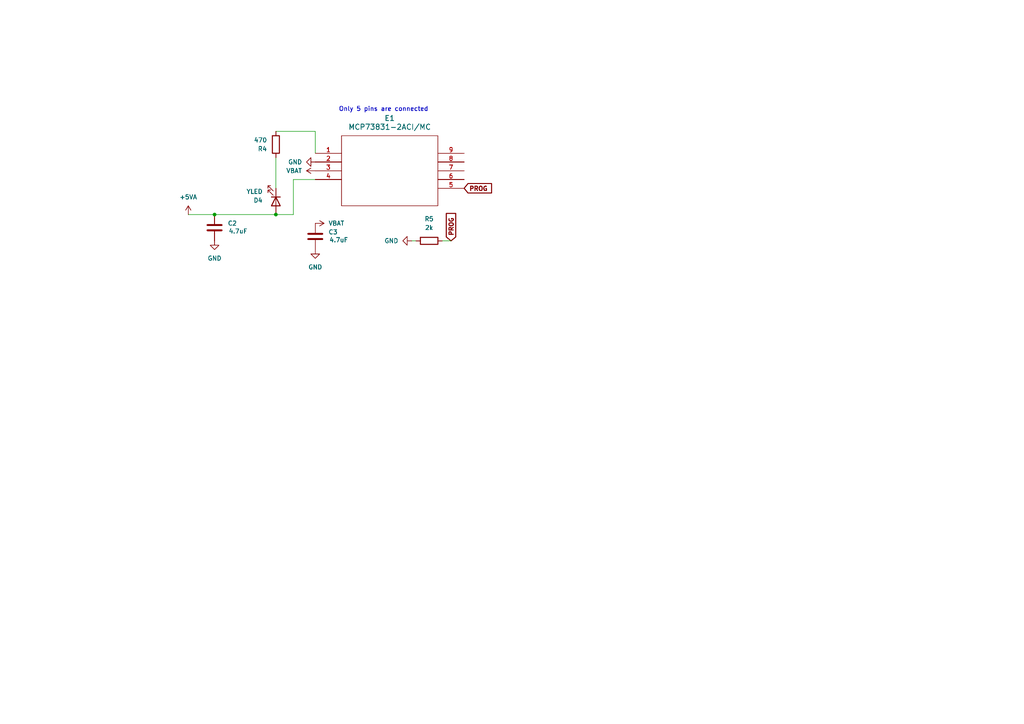
<source format=kicad_sch>
(kicad_sch (version 20231120) (generator "eeschema") (generator_version "8.0")
  (paper "A4")
  (lib_symbols
    (symbol "Device:C" (pin_numbers hide) (pin_names (offset 0.254))
      (property "Reference" "C" (at 0.635 2.54 0))
      (property "Value" "C" (at 0.635 -2.54 0))
      (symbol "C_0_1"
        (polyline (pts (xy -2.032 -0.762) (xy 2.032 -0.762)) (stroke (width 0.508)))
        (polyline (pts (xy -2.032 0.762) (xy 2.032 0.762)) (stroke (width 0.508)))
      )
      (symbol "C_1_1"
        (pin passive line (at 0 3.81 270) (length 2.794) (name "~") (number "1"))
        (pin passive line (at 0 -3.81 90) (length 2.794) (name "~") (number "2"))
      )
    )
    (symbol "Device:LED" (pin_numbers hide) (pin_names (offset 1.016) hide)
      (property "Reference" "D" (at 0 2.54 0))
      (property "Value" "LED" (at 0 -2.54 0))
      (symbol "LED_0_1"
        (polyline (pts (xy -1.27 -1.27) (xy -1.27 1.27)) (stroke (width 0.254)))
        (polyline (pts (xy -1.27 0) (xy 1.27 0)))
        (polyline (pts (xy 1.27 -1.27) (xy 1.27 1.27) (xy -1.27 0) (xy 1.27 -1.27)) (stroke (width 0.254)))
        (polyline (pts (xy -3.048 -0.762) (xy -4.572 -2.286) (xy -3.81 -2.286) (xy -4.572 -2.286) (xy -4.572 -1.524)))
        (polyline (pts (xy -1.778 -0.762) (xy -3.302 -2.286) (xy -2.54 -2.286) (xy -3.302 -2.286) (xy -3.302 -1.524)))
      )
      (symbol "LED_1_1"
        (pin passive line (at -3.81 0 0) (length 2.54) (name "K") (number "1"))
        (pin passive line (at 3.81 0 180) (length 2.54) (name "A") (number "2"))
      )
    )
    (symbol "Device:R" (pin_numbers hide) (pin_names (offset 0))
      (property "Reference" "R" (at 2.032 0 90))
      (property "Value" "R" (at 0 0 90))
      (symbol "R_0_1"
        (rectangle (start -1.016 -2.54) (end 1.016 2.54) (stroke (width 0.254)))
      )
      (symbol "R_1_1"
        (pin passive line (at 0 3.81 270) (length 1.27) (name "~") (number "1"))
        (pin passive line (at 0 -3.81 90) (length 1.27) (name "~") (number "2"))
      )
    )
    (symbol "MCP73831_2ACI_MC:MCP73831-2ACI_MC" (pin_names (offset 0.254))
      (property "Reference" "U" (at 21.59 10.16 0))
      (property "Value" "MCP73831-2ACI/MC" (at 21.59 7.62 0))
      (symbol "MCP73831-2ACI_MC_0_1"
        (polyline (pts (xy 7.62 -15.24) (xy 35.56 -15.24)) (stroke (width 0.127)))
        (polyline (pts (xy 7.62 5.08) (xy 7.62 -15.24)) (stroke (width 0.127)))
        (polyline (pts (xy 35.56 -15.24) (xy 35.56 5.08)) (stroke (width 0.127)))
        (polyline (pts (xy 35.56 5.08) (xy 7.62 5.08)) (stroke (width 0.127)))
        (pin unspecified line (at 0 0 0) (length 7.62) (name "") (number "1"))
        (pin unspecified line (at 0 -2.54 0) (length 7.62) (name "") (number "2"))
        (pin unspecified line (at 0 -5.08 0) (length 7.62) (name "") (number "3"))
        (pin unspecified line (at 0 -7.62 0) (length 7.62) (name "") (number "4"))
        (pin unspecified line (at 43.18 -10.16 180) (length 7.62) (name "") (number "5"))
        (pin unspecified line (at 43.18 -7.62 180) (length 7.62) (name "") (number "6"))
        (pin unspecified line (at 43.18 -5.08 180) (length 7.62) (name "") (number "7"))
        (pin unspecified line (at 43.18 -2.54 180) (length 7.62) (name "") (number "8"))
        (pin unspecified line (at 43.18 0 180) (length 7.62) (name "") (number "9"))
      )
    )
    (symbol "power:+5VA" (power) (pin_numbers hide) (pin_names (offset 0) hide)
      (property "Value" "+5VA" (at 0 3.556 0))
      (symbol "+5VA_0_1"
        (polyline (pts (xy -0.762 1.27) (xy 0 2.54)))
        (polyline (pts (xy 0 0) (xy 0 2.54)))
        (polyline (pts (xy 0 2.54) (xy 0.762 1.27)))
      )
      (symbol "+5VA_1_1"
        (pin power_in line (at 0 0 90) (length 0) (name "~") (number "1"))
      )
    )
    (symbol "power:GND" (power) (pin_numbers hide) (pin_names (offset 0) hide)
      (property "Value" "GND" (at 0 -3.81 0))
      (symbol "GND_0_1"
        (polyline (pts (xy 0 0) (xy 0 -1.27) (xy 1.27 -1.27) (xy 0 -2.54) (xy -1.27 -1.27) (xy 0 -1.27)))
      )
      (symbol "GND_1_1"
        (pin power_in line (at 0 0 270) (length 0) (name "~") (number "1"))
      )
    )
    (symbol "power:VD" (power) (pin_numbers hide) (pin_names (offset 0) hide)
      (property "Value" "VD" (at 0 3.556 0))
      (symbol "VD_0_1"
        (polyline (pts (xy -0.762 1.27) (xy 0 2.54)))
        (polyline (pts (xy 0 0) (xy 0 2.54)))
        (polyline (pts (xy 0 2.54) (xy 0.762 1.27)))
      )
      (symbol "VD_1_1"
        (pin power_in line (at 0 0 90) (length 0) (name "~") (number "1"))
      )
    )
  )
  (junction (at 80.01 62.23))
  (junction (at 62.23 62.23))
  (wire (pts (xy 130.81 69.85) (xy 128.27 69.85)))
  (wire (pts (xy 85.09 62.23) (xy 80.01 62.23)))
  (wire (pts (xy 80.01 45.72) (xy 80.01 54.61)))
  (wire (pts (xy 91.44 52.07) (xy 85.09 52.07)))
  (wire (pts (xy 91.44 44.45) (xy 91.44 38.1)))
  (wire (pts (xy 120.65 69.85) (xy 119.38 69.85)))
  (wire (pts (xy 54.61 62.23) (xy 62.23 62.23)))
  (wire (pts (xy 85.09 52.07) (xy 85.09 62.23)))
  (wire (pts (xy 91.44 38.1) (xy 80.01 38.1)))
  (wire (pts (xy 62.23 62.23) (xy 80.01 62.23)))
  (text "Only 5 pins are connected\n" (at 111.252 31.75 0) (effects (font (size 1.27 1.27))))
  (text "Only 5 pins are connected\n" (at 111.252 31.75 0) (effects (font (size 1.27 1.27))))
  (global_label "PROG" (shape input) (at 134.62 54.61 0) (effects (font (thickness 0.254) (bold yes))) (property "Intersheetrefs" "${INTERSHEET_REFS}" (effects (hide yes))))
  (global_label "PROG" (shape input) (at 130.81 69.85 90) (effects (font (thickness 0.254) (bold yes))) (property "Intersheetrefs" "${INTERSHEET_REFS}" (effects (hide yes))))
  (global_label "PROG" (shape input) (at 134.62 54.61 0) (effects (font (thickness 0.254) (bold yes))) (property "Intersheetrefs" "${INTERSHEET_REFS}" (effects (hide yes))))
  (global_label "PROG" (shape input) (at 130.81 69.85 90) (effects (font (thickness 0.254) (bold yes))) (property "Intersheetrefs" "${INTERSHEET_REFS}" (effects (hide yes))))
  (symbol (lib_id "power:+5VA") (at 54.61 62.23 0) (unit 1)
    (property "Reference" "#PWR018" (effects (hide yes)))
    (property "Value" "+5VA" (at 54.61 57.15 0))
    (property "Description" "Power symbol creates a global label with name \"+5VA\"" (effects (hide yes)))
  )
  (symbol (lib_id "power:GND") (at 119.38 69.85 270) (unit 1)
    (property "Reference" "#PWR074" (effects (hide yes)))
    (property "Value" "GND" (at 115.57 69.8499 90) (effects (justify right)))
    (property "Description" "Power symbol creates a global label with name \"GND\" , ground" (effects (hide yes)))
  )
  (symbol (lib_id "Device:LED") (at 80.01 58.42 270) (unit 1)
    (property "Reference" "D4" (at 76.2 58.1026 90) (effects (justify right)))
    (property "Value" "YLED" (at 76.2 55.5626 90) (effects (justify right)))
    (property "Footprint" "LED_SMD:LED_0603_1608Metric" (effects (hide yes)))
    (property "Datasheet" "27-21/GHC-YR2T1/3C" (effects (hide yes)))
    (property "Description" "Light emitting diode" (effects (hide yes)))
  )
  (symbol (lib_id "power:GND") (at 62.23 69.85 0) (unit 1)
    (property "Reference" "#PWR05" (effects (hide yes)))
    (property "Value" "GND" (at 62.23 74.93 0))
    (property "Description" "Power symbol creates a global label with name \"GND\" , ground" (effects (hide yes)))
  )
  (symbol (lib_id "Device:R") (at 80.01 41.91 180) (unit 1)
    (property "Reference" "R4" (at 77.47 43.1801 0) (effects (justify left)))
    (property "Value" "470" (at 77.47 40.6401 0) (effects (justify left)))
    (property "Footprint" "Resistor_SMD:R_0603_1608Metric" (effects (hide yes)))
    (property "Datasheet" "RC0603JR-07470RL" (effects (hide yes)))
    (property "Description" "Resistor" (effects (hide yes)))
  )
  (symbol (lib_id "power:GND") (at 62.23 69.85 0) (unit 1)
    (property "Reference" "#PWR05" (effects (hide yes)))
    (property "Value" "GND" (at 62.23 74.93 0))
    (property "Description" "Power symbol creates a global label with name \"GND\" , ground" (effects (hide yes)))
  )
  (symbol (lib_id "Device:R") (at 80.01 41.91 180) (unit 1)
    (property "Reference" "R4" (at 77.47 43.1801 0) (effects (justify left)))
    (property "Value" "470" (at 77.47 40.6401 0) (effects (justify left)))
    (property "Footprint" "Resistor_SMD:R_0603_1608Metric" (effects (hide yes)))
    (property "Datasheet" "RC0603JR-07470RL" (effects (hide yes)))
    (property "Description" "Resistor" (effects (hide yes)))
  )
  (symbol (lib_id "power:GND") (at 91.44 72.39 0) (unit 1)
    (property "Reference" "#PWR06" (effects (hide yes)))
    (property "Value" "GND" (at 91.44 77.47 0))
    (property "Description" "Power symbol creates a global label with name \"GND\" , ground" (effects (hide yes)))
  )
  (symbol (lib_id "power:VD") (at 91.44 64.77 270) (unit 1)
    (property "Reference" "#PWR014" (effects (hide yes)))
    (property "Value" "VBAT" (at 95.25 64.7699 90) (effects (justify left)))
    (property "Description" "Power symbol creates a global label with name \"VD\"" (effects (hide yes)))
  )
  (symbol (lib_id "power:VD") (at 91.44 49.53 90) (unit 1)
    (property "Reference" "#PWR016" (effects (hide yes)))
    (property "Value" "VBAT" (at 87.63 49.5299 90) (effects (justify left)))
    (property "Description" "Power symbol creates a global label with name \"VD\"" (effects (hide yes)))
  )
  (symbol (lib_id "Device:C") (at 91.44 68.58 0) (unit 1)
    (property "Reference" "C3" (at 95.25 67.3099 0) (effects (justify left)))
    (property "Value" "4.7uF" (at 95.504 69.596 0) (effects (justify left)))
    (property "Footprint" "Capacitor_SMD:C_0805_2012Metric" (effects (hide yes)))
    (property "Datasheet" "CL21B475KOFNNNE" (effects (hide yes)))
    (property "Description" "Unpolarized capacitor" (effects (hide yes)))
  )
  (symbol (lib_id "power:+5VA") (at 54.61 62.23 0) (unit 1)
    (property "Reference" "#PWR018" (effects (hide yes)))
    (property "Value" "+5VA" (at 54.61 57.15 0))
    (property "Description" "Power symbol creates a global label with name \"+5VA\"" (effects (hide yes)))
  )
  (symbol (lib_id "Device:LED") (at 80.01 58.42 270) (unit 1)
    (property "Reference" "D4" (at 76.2 58.1026 90) (effects (justify right)))
    (property "Value" "YLED" (at 76.2 55.5626 90) (effects (justify right)))
    (property "Footprint" "LED_SMD:LED_0603_1608Metric" (effects (hide yes)))
    (property "Datasheet" "27-21/GHC-YR2T1/3C" (effects (hide yes)))
    (property "Description" "Light emitting diode" (effects (hide yes)))
  )
  (symbol (lib_id "power:GND") (at 119.38 69.85 270) (unit 1)
    (property "Reference" "#PWR074" (effects (hide yes)))
    (property "Value" "GND" (at 115.57 69.8499 90) (effects (justify right)))
    (property "Description" "Power symbol creates a global label with name \"GND\" , ground" (effects (hide yes)))
  )
  (symbol (lib_id "power:GND") (at 91.44 72.39 0) (unit 1)
    (property "Reference" "#PWR06" (effects (hide yes)))
    (property "Value" "GND" (at 91.44 77.47 0))
    (property "Description" "Power symbol creates a global label with name \"GND\" , ground" (effects (hide yes)))
  )
  (symbol (lib_id "power:GND") (at 91.44 46.99 270) (unit 1)
    (property "Reference" "#PWR054" (effects (hide yes)))
    (property "Value" "GND" (at 87.63 46.9899 90) (effects (justify right)))
    (property "Description" "Power symbol creates a global label with name \"GND\" , ground" (effects (hide yes)))
  )
  (symbol (lib_id "MCP73831_2ACI_MC:MCP73831-2ACI_MC") (at 91.44 44.45 0) (unit 1)
    (property "Reference" "E1" (at 113.03 34.29 0) (effects (font (size 1.524 1.524))))
    (property "Value" "MCP73831-2ACI/MC" (at 113.03 36.83 0) (effects (font (size 1.524 1.524))))
    (property "Footprint" "MCP73831_2ACI_MC:DFN8_2x3MC_MCH-L" (effects (hide yes)))
    (property "Datasheet" "MCP73831-2ACI/MC" (effects (hide yes)))
  )
  (symbol (lib_id "Device:C") (at 62.23 66.04 0) (unit 1)
    (property "Reference" "C2" (at 66.04 64.7699 0) (effects (justify left)))
    (property "Value" "4.7uF" (at 66.294 67.056 0) (effects (justify left)))
    (property "Footprint" "Capacitor_SMD:C_0805_2012Metric" (effects (hide yes)))
    (property "Datasheet" "CL21B475KOFNNNE" (effects (hide yes)))
    (property "Description" "Unpolarized capacitor" (effects (hide yes)))
  )
  (symbol (lib_id "power:VD") (at 91.44 64.77 270) (unit 1)
    (property "Reference" "#PWR014" (effects (hide yes)))
    (property "Value" "VBAT" (at 95.25 64.7699 90) (effects (justify left)))
    (property "Description" "Power symbol creates a global label with name \"VD\"" (effects (hide yes)))
  )
  (symbol (lib_id "MCP73831_2ACI_MC:MCP73831-2ACI_MC") (at 91.44 44.45 0) (unit 1)
    (property "Reference" "E1" (at 113.03 34.29 0) (effects (font (size 1.524 1.524))))
    (property "Value" "MCP73831-2ACI/MC" (at 113.03 36.83 0) (effects (font (size 1.524 1.524))))
    (property "Footprint" "MCP73831_2ACI_MC:DFN8_2x3MC_MCH-L" (effects (hide yes)))
    (property "Datasheet" "MCP73831-2ACI/MC" (effects (hide yes)))
  )
  (symbol (lib_id "power:VD") (at 91.44 49.53 90) (unit 1)
    (property "Reference" "#PWR016" (effects (hide yes)))
    (property "Value" "VBAT" (at 87.63 49.5299 90) (effects (justify left)))
    (property "Description" "Power symbol creates a global label with name \"VD\"" (effects (hide yes)))
  )
  (symbol (lib_id "Device:R") (at 124.46 69.85 270) (unit 1)
    (property "Reference" "R5" (at 124.46 63.5 90))
    (property "Value" "2k" (at 124.46 66.04 90))
    (property "Footprint" "Resistor_SMD:R_0603_1608Metric" (effects (hide yes)))
    (property "Datasheet" "0603SAJ0202T5E" (effects (hide yes)))
    (property "Description" "Resistor" (effects (hide yes)))
  )
  (symbol (lib_id "Device:C") (at 62.23 66.04 0) (unit 1)
    (property "Reference" "C2" (at 66.04 64.7699 0) (effects (justify left)))
    (property "Value" "4.7uF" (at 66.294 67.056 0) (effects (justify left)))
    (property "Footprint" "Capacitor_SMD:C_0805_2012Metric" (effects (hide yes)))
    (property "Datasheet" "CL21B475KOFNNNE" (effects (hide yes)))
    (property "Description" "Unpolarized capacitor" (effects (hide yes)))
  )
  (symbol (lib_id "Device:R") (at 124.46 69.85 270) (unit 1)
    (property "Reference" "R5" (at 124.46 63.5 90))
    (property "Value" "2k" (at 124.46 66.04 90))
    (property "Footprint" "Resistor_SMD:R_0603_1608Metric" (effects (hide yes)))
    (property "Datasheet" "0603SAJ0202T5E" (effects (hide yes)))
    (property "Description" "Resistor" (effects (hide yes)))
  )
  (symbol (lib_id "Device:C") (at 91.44 68.58 0) (unit 1)
    (property "Reference" "C3" (at 95.25 67.3099 0) (effects (justify left)))
    (property "Value" "4.7uF" (at 95.504 69.596 0) (effects (justify left)))
    (property "Footprint" "Capacitor_SMD:C_0805_2012Metric" (effects (hide yes)))
    (property "Datasheet" "CL21B475KOFNNNE" (effects (hide yes)))
    (property "Description" "Unpolarized capacitor" (effects (hide yes)))
  )
  (symbol (lib_id "power:GND") (at 91.44 46.99 270) (unit 1)
    (property "Reference" "#PWR054" (effects (hide yes)))
    (property "Value" "GND" (at 87.63 46.9899 90) (effects (justify right)))
    (property "Description" "Power symbol creates a global label with name \"GND\" , ground" (effects (hide yes)))
  )
)
</source>
